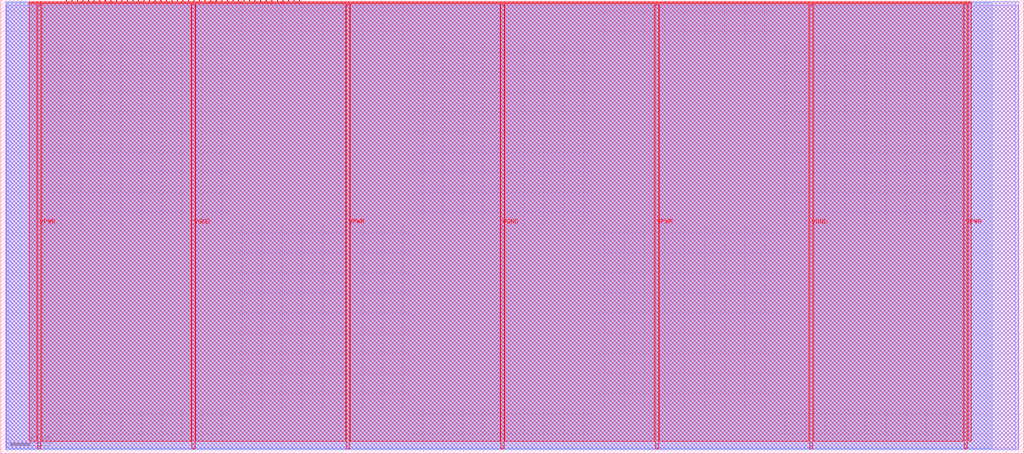
<source format=lef>
VERSION 5.7 ;
  NOWIREEXTENSIONATPIN ON ;
  DIVIDERCHAR "/" ;
  BUSBITCHARS "[]" ;
MACRO tt_um_urish_silife_max_dup
  CLASS BLOCK ;
  FOREIGN tt_um_urish_silife_max_dup ;
  ORIGIN 0.000 0.000 ;
  SIZE 508.760 BY 225.760 ;
  PIN VGND
    DIRECTION INOUT ;
    USE GROUND ;
    PORT
      LAYER met4 ;
        RECT 95.080 2.480 96.680 223.280 ;
    END
    PORT
      LAYER met4 ;
        RECT 248.680 2.480 250.280 223.280 ;
    END
    PORT
      LAYER met4 ;
        RECT 402.280 2.480 403.880 223.280 ;
    END
  END VGND
  PIN VPWR
    DIRECTION INOUT ;
    USE POWER ;
    PORT
      LAYER met4 ;
        RECT 18.280 2.480 19.880 223.280 ;
    END
    PORT
      LAYER met4 ;
        RECT 171.880 2.480 173.480 223.280 ;
    END
    PORT
      LAYER met4 ;
        RECT 325.480 2.480 327.080 223.280 ;
    END
    PORT
      LAYER met4 ;
        RECT 479.080 2.480 480.680 223.280 ;
    END
  END VPWR
  PIN clk
    DIRECTION INPUT ;
    USE SIGNAL ;
    ANTENNAGATEAREA 0.852000 ;
    PORT
      LAYER met4 ;
        RECT 145.670 224.760 145.970 225.760 ;
    END
  END clk
  PIN ena
    DIRECTION INPUT ;
    USE SIGNAL ;
    PORT
      LAYER met4 ;
        RECT 148.430 224.760 148.730 225.760 ;
    END
  END ena
  PIN rst_n
    DIRECTION INPUT ;
    USE SIGNAL ;
    ANTENNAGATEAREA 0.213000 ;
    PORT
      LAYER met4 ;
        RECT 142.910 224.760 143.210 225.760 ;
    END
  END rst_n
  PIN ui_in[0]
    DIRECTION INPUT ;
    USE SIGNAL ;
    ANTENNAGATEAREA 0.196500 ;
    PORT
      LAYER met4 ;
        RECT 140.150 224.760 140.450 225.760 ;
    END
  END ui_in[0]
  PIN ui_in[1]
    DIRECTION INPUT ;
    USE SIGNAL ;
    ANTENNAGATEAREA 0.213000 ;
    PORT
      LAYER met4 ;
        RECT 137.390 224.760 137.690 225.760 ;
    END
  END ui_in[1]
  PIN ui_in[2]
    DIRECTION INPUT ;
    USE SIGNAL ;
    ANTENNAGATEAREA 0.213000 ;
    PORT
      LAYER met4 ;
        RECT 134.630 224.760 134.930 225.760 ;
    END
  END ui_in[2]
  PIN ui_in[3]
    DIRECTION INPUT ;
    USE SIGNAL ;
    ANTENNAGATEAREA 0.213000 ;
    PORT
      LAYER met4 ;
        RECT 131.870 224.760 132.170 225.760 ;
    END
  END ui_in[3]
  PIN ui_in[4]
    DIRECTION INPUT ;
    USE SIGNAL ;
    ANTENNAGATEAREA 0.213000 ;
    PORT
      LAYER met4 ;
        RECT 129.110 224.760 129.410 225.760 ;
    END
  END ui_in[4]
  PIN ui_in[5]
    DIRECTION INPUT ;
    USE SIGNAL ;
    ANTENNAGATEAREA 0.247500 ;
    PORT
      LAYER met4 ;
        RECT 126.350 224.760 126.650 225.760 ;
    END
  END ui_in[5]
  PIN ui_in[6]
    DIRECTION INPUT ;
    USE SIGNAL ;
    ANTENNAGATEAREA 0.196500 ;
    PORT
      LAYER met4 ;
        RECT 123.590 224.760 123.890 225.760 ;
    END
  END ui_in[6]
  PIN ui_in[7]
    DIRECTION INPUT ;
    USE SIGNAL ;
    ANTENNAGATEAREA 0.213000 ;
    PORT
      LAYER met4 ;
        RECT 120.830 224.760 121.130 225.760 ;
    END
  END ui_in[7]
  PIN uio_in[0]
    DIRECTION INPUT ;
    USE SIGNAL ;
    ANTENNAGATEAREA 0.196500 ;
    PORT
      LAYER met4 ;
        RECT 118.070 224.760 118.370 225.760 ;
    END
  END uio_in[0]
  PIN uio_in[1]
    DIRECTION INPUT ;
    USE SIGNAL ;
    ANTENNAGATEAREA 0.196500 ;
    PORT
      LAYER met4 ;
        RECT 115.310 224.760 115.610 225.760 ;
    END
  END uio_in[1]
  PIN uio_in[2]
    DIRECTION INPUT ;
    USE SIGNAL ;
    ANTENNAGATEAREA 0.196500 ;
    PORT
      LAYER met4 ;
        RECT 112.550 224.760 112.850 225.760 ;
    END
  END uio_in[2]
  PIN uio_in[3]
    DIRECTION INPUT ;
    USE SIGNAL ;
    ANTENNAGATEAREA 0.196500 ;
    PORT
      LAYER met4 ;
        RECT 109.790 224.760 110.090 225.760 ;
    END
  END uio_in[3]
  PIN uio_in[4]
    DIRECTION INPUT ;
    USE SIGNAL ;
    ANTENNAGATEAREA 0.196500 ;
    PORT
      LAYER met4 ;
        RECT 107.030 224.760 107.330 225.760 ;
    END
  END uio_in[4]
  PIN uio_in[5]
    DIRECTION INPUT ;
    USE SIGNAL ;
    ANTENNAGATEAREA 0.196500 ;
    PORT
      LAYER met4 ;
        RECT 104.270 224.760 104.570 225.760 ;
    END
  END uio_in[5]
  PIN uio_in[6]
    DIRECTION INPUT ;
    USE SIGNAL ;
    ANTENNAGATEAREA 0.196500 ;
    PORT
      LAYER met4 ;
        RECT 101.510 224.760 101.810 225.760 ;
    END
  END uio_in[6]
  PIN uio_in[7]
    DIRECTION INPUT ;
    USE SIGNAL ;
    ANTENNAGATEAREA 0.196500 ;
    PORT
      LAYER met4 ;
        RECT 98.750 224.760 99.050 225.760 ;
    END
  END uio_in[7]
  PIN uio_oe[0]
    DIRECTION OUTPUT TRISTATE ;
    USE SIGNAL ;
    PORT
      LAYER met4 ;
        RECT 51.830 224.760 52.130 225.760 ;
    END
  END uio_oe[0]
  PIN uio_oe[1]
    DIRECTION OUTPUT TRISTATE ;
    USE SIGNAL ;
    PORT
      LAYER met4 ;
        RECT 49.070 224.760 49.370 225.760 ;
    END
  END uio_oe[1]
  PIN uio_oe[2]
    DIRECTION OUTPUT TRISTATE ;
    USE SIGNAL ;
    PORT
      LAYER met4 ;
        RECT 46.310 224.760 46.610 225.760 ;
    END
  END uio_oe[2]
  PIN uio_oe[3]
    DIRECTION OUTPUT TRISTATE ;
    USE SIGNAL ;
    PORT
      LAYER met4 ;
        RECT 43.550 224.760 43.850 225.760 ;
    END
  END uio_oe[3]
  PIN uio_oe[4]
    DIRECTION OUTPUT TRISTATE ;
    USE SIGNAL ;
    PORT
      LAYER met4 ;
        RECT 40.790 224.760 41.090 225.760 ;
    END
  END uio_oe[4]
  PIN uio_oe[5]
    DIRECTION OUTPUT TRISTATE ;
    USE SIGNAL ;
    PORT
      LAYER met4 ;
        RECT 38.030 224.760 38.330 225.760 ;
    END
  END uio_oe[5]
  PIN uio_oe[6]
    DIRECTION OUTPUT TRISTATE ;
    USE SIGNAL ;
    PORT
      LAYER met4 ;
        RECT 35.270 224.760 35.570 225.760 ;
    END
  END uio_oe[6]
  PIN uio_oe[7]
    DIRECTION OUTPUT TRISTATE ;
    USE SIGNAL ;
    PORT
      LAYER met4 ;
        RECT 32.510 224.760 32.810 225.760 ;
    END
  END uio_oe[7]
  PIN uio_out[0]
    DIRECTION OUTPUT TRISTATE ;
    USE SIGNAL ;
    PORT
      LAYER met4 ;
        RECT 73.910 224.760 74.210 225.760 ;
    END
  END uio_out[0]
  PIN uio_out[1]
    DIRECTION OUTPUT TRISTATE ;
    USE SIGNAL ;
    PORT
      LAYER met4 ;
        RECT 71.150 224.760 71.450 225.760 ;
    END
  END uio_out[1]
  PIN uio_out[2]
    DIRECTION OUTPUT TRISTATE ;
    USE SIGNAL ;
    PORT
      LAYER met4 ;
        RECT 68.390 224.760 68.690 225.760 ;
    END
  END uio_out[2]
  PIN uio_out[3]
    DIRECTION OUTPUT TRISTATE ;
    USE SIGNAL ;
    PORT
      LAYER met4 ;
        RECT 65.630 224.760 65.930 225.760 ;
    END
  END uio_out[3]
  PIN uio_out[4]
    DIRECTION OUTPUT TRISTATE ;
    USE SIGNAL ;
    PORT
      LAYER met4 ;
        RECT 62.870 224.760 63.170 225.760 ;
    END
  END uio_out[4]
  PIN uio_out[5]
    DIRECTION OUTPUT TRISTATE ;
    USE SIGNAL ;
    PORT
      LAYER met4 ;
        RECT 60.110 224.760 60.410 225.760 ;
    END
  END uio_out[5]
  PIN uio_out[6]
    DIRECTION OUTPUT TRISTATE ;
    USE SIGNAL ;
    PORT
      LAYER met4 ;
        RECT 57.350 224.760 57.650 225.760 ;
    END
  END uio_out[6]
  PIN uio_out[7]
    DIRECTION OUTPUT TRISTATE ;
    USE SIGNAL ;
    PORT
      LAYER met4 ;
        RECT 54.590 224.760 54.890 225.760 ;
    END
  END uio_out[7]
  PIN uo_out[0]
    DIRECTION OUTPUT TRISTATE ;
    USE SIGNAL ;
    ANTENNADIFFAREA 0.891000 ;
    PORT
      LAYER met4 ;
        RECT 95.990 224.760 96.290 225.760 ;
    END
  END uo_out[0]
  PIN uo_out[1]
    DIRECTION OUTPUT TRISTATE ;
    USE SIGNAL ;
    ANTENNADIFFAREA 0.891000 ;
    PORT
      LAYER met4 ;
        RECT 93.230 224.760 93.530 225.760 ;
    END
  END uo_out[1]
  PIN uo_out[2]
    DIRECTION OUTPUT TRISTATE ;
    USE SIGNAL ;
    ANTENNADIFFAREA 0.891000 ;
    PORT
      LAYER met4 ;
        RECT 90.470 224.760 90.770 225.760 ;
    END
  END uo_out[2]
  PIN uo_out[3]
    DIRECTION OUTPUT TRISTATE ;
    USE SIGNAL ;
    ANTENNADIFFAREA 0.891000 ;
    PORT
      LAYER met4 ;
        RECT 87.710 224.760 88.010 225.760 ;
    END
  END uo_out[3]
  PIN uo_out[4]
    DIRECTION OUTPUT TRISTATE ;
    USE SIGNAL ;
    ANTENNADIFFAREA 0.911000 ;
    PORT
      LAYER met4 ;
        RECT 84.950 224.760 85.250 225.760 ;
    END
  END uo_out[4]
  PIN uo_out[5]
    DIRECTION OUTPUT TRISTATE ;
    USE SIGNAL ;
    ANTENNADIFFAREA 0.911000 ;
    PORT
      LAYER met4 ;
        RECT 82.190 224.760 82.490 225.760 ;
    END
  END uo_out[5]
  PIN uo_out[6]
    DIRECTION OUTPUT TRISTATE ;
    USE SIGNAL ;
    ANTENNADIFFAREA 0.911000 ;
    PORT
      LAYER met4 ;
        RECT 79.430 224.760 79.730 225.760 ;
    END
  END uo_out[6]
  PIN uo_out[7]
    DIRECTION OUTPUT TRISTATE ;
    USE SIGNAL ;
    ANTENNADIFFAREA 0.911000 ;
    PORT
      LAYER met4 ;
        RECT 76.670 224.760 76.970 225.760 ;
    END
  END uo_out[7]
  OBS
      LAYER li1 ;
        RECT 2.760 2.635 506.000 223.125 ;
      LAYER met1 ;
        RECT 2.460 2.080 506.300 224.700 ;
      LAYER met2 ;
        RECT 2.860 2.050 504.520 224.730 ;
      LAYER met3 ;
        RECT 3.745 2.555 493.055 224.225 ;
      LAYER met4 ;
        RECT 14.095 224.360 32.110 224.760 ;
        RECT 33.210 224.360 34.870 224.760 ;
        RECT 35.970 224.360 37.630 224.760 ;
        RECT 38.730 224.360 40.390 224.760 ;
        RECT 41.490 224.360 43.150 224.760 ;
        RECT 44.250 224.360 45.910 224.760 ;
        RECT 47.010 224.360 48.670 224.760 ;
        RECT 49.770 224.360 51.430 224.760 ;
        RECT 52.530 224.360 54.190 224.760 ;
        RECT 55.290 224.360 56.950 224.760 ;
        RECT 58.050 224.360 59.710 224.760 ;
        RECT 60.810 224.360 62.470 224.760 ;
        RECT 63.570 224.360 65.230 224.760 ;
        RECT 66.330 224.360 67.990 224.760 ;
        RECT 69.090 224.360 70.750 224.760 ;
        RECT 71.850 224.360 73.510 224.760 ;
        RECT 74.610 224.360 76.270 224.760 ;
        RECT 77.370 224.360 79.030 224.760 ;
        RECT 80.130 224.360 81.790 224.760 ;
        RECT 82.890 224.360 84.550 224.760 ;
        RECT 85.650 224.360 87.310 224.760 ;
        RECT 88.410 224.360 90.070 224.760 ;
        RECT 91.170 224.360 92.830 224.760 ;
        RECT 93.930 224.360 95.590 224.760 ;
        RECT 96.690 224.360 98.350 224.760 ;
        RECT 99.450 224.360 101.110 224.760 ;
        RECT 102.210 224.360 103.870 224.760 ;
        RECT 104.970 224.360 106.630 224.760 ;
        RECT 107.730 224.360 109.390 224.760 ;
        RECT 110.490 224.360 112.150 224.760 ;
        RECT 113.250 224.360 114.910 224.760 ;
        RECT 116.010 224.360 117.670 224.760 ;
        RECT 118.770 224.360 120.430 224.760 ;
        RECT 121.530 224.360 123.190 224.760 ;
        RECT 124.290 224.360 125.950 224.760 ;
        RECT 127.050 224.360 128.710 224.760 ;
        RECT 129.810 224.360 131.470 224.760 ;
        RECT 132.570 224.360 134.230 224.760 ;
        RECT 135.330 224.360 136.990 224.760 ;
        RECT 138.090 224.360 139.750 224.760 ;
        RECT 140.850 224.360 142.510 224.760 ;
        RECT 143.610 224.360 145.270 224.760 ;
        RECT 146.370 224.360 148.030 224.760 ;
        RECT 149.130 224.360 482.705 224.760 ;
        RECT 14.095 223.680 482.705 224.360 ;
        RECT 14.095 6.295 17.880 223.680 ;
        RECT 20.280 6.295 94.680 223.680 ;
        RECT 97.080 6.295 171.480 223.680 ;
        RECT 173.880 6.295 248.280 223.680 ;
        RECT 250.680 6.295 325.080 223.680 ;
        RECT 327.480 6.295 401.880 223.680 ;
        RECT 404.280 6.295 478.680 223.680 ;
        RECT 481.080 6.295 482.705 223.680 ;
  END
END tt_um_urish_silife_max_dup
END LIBRARY


</source>
